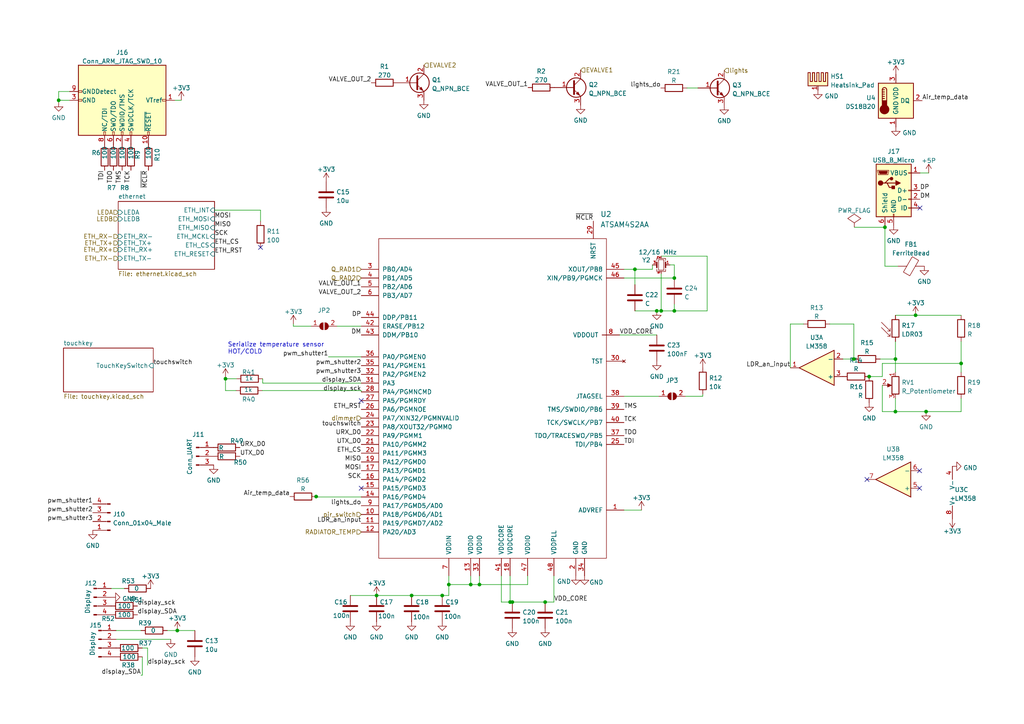
<source format=kicad_sch>
(kicad_sch (version 20211123) (generator eeschema)
  (paper "A4")
  (lib_symbols
    (symbol "Amplifier_Operational:LM358" (pin_names (offset 0.127))
      (property "Reference" "U" (at 0 5.08 0))
      (property "Value" "LM358" (at 0 -5.08 0))
      (symbol "LM358_1_1"
        (pin output line (at 7.62 0 180) (length 2.54) (name "~") (number "1"))
        (pin input line (at -7.62 -2.54 0) (length 2.54) (name "-") (number "2"))
        (pin input line (at -7.62 2.54 0) (length 2.54) (name "+") (number "3"))
      )
      (symbol "LM358_2_1"
        (pin input line (at -7.62 2.54 0) (length 2.54) (name "+") (number "5"))
        (pin input line (at -7.62 -2.54 0) (length 2.54) (name "-") (number "6"))
        (pin output line (at 7.62 0 180) (length 2.54) (name "~") (number "7"))
      )
      (symbol "LM358_3_1"
        (pin power_in line (at -2.54 -7.62 90) (length 3.81) (name "V-") (number "4"))
        (pin power_in line (at -2.54 7.62 270) (length 3.81) (name "V+") (number "8"))
      )
    )
    (symbol "Connector:Conn_01x03_Male" (pin_names (offset 1.016) hide)
      (property "Reference" "J" (at 0 5.08 0))
      (property "Value" "Conn_01x03_Male" (at 0 -5.08 0))
      (symbol "Conn_01x03_Male_1_1"
        (pin passive line (at 5.08 2.54 180) (length 3.81) (name "Pin_1") (number "1"))
        (pin passive line (at 5.08 0 180) (length 3.81) (name "Pin_2") (number "2"))
        (pin passive line (at 5.08 -2.54 180) (length 3.81) (name "Pin_3") (number "3"))
      )
    )
    (symbol "Connector:Conn_01x04_Male" (pin_names (offset 1.016) hide)
      (property "Reference" "J" (at 0 5.08 0))
      (property "Value" "Conn_01x04_Male" (at 0 -7.62 0))
      (symbol "Conn_01x04_Male_1_1"
        (pin passive line (at 5.08 2.54 180) (length 3.81) (name "Pin_1") (number "1"))
        (pin passive line (at 5.08 0 180) (length 3.81) (name "Pin_2") (number "2"))
        (pin passive line (at 5.08 -2.54 180) (length 3.81) (name "Pin_3") (number "3"))
        (pin passive line (at 5.08 -5.08 180) (length 3.81) (name "Pin_4") (number "4"))
      )
    )
    (symbol "Connector:Conn_ARM_JTAG_SWD_10" (pin_names (offset 1.016))
      (property "Reference" "J" (at -2.54 16.51 0))
      (property "Value" "Conn_ARM_JTAG_SWD_10" (at -2.54 13.97 0))
      (symbol "Conn_ARM_JTAG_SWD_10_1_1"
        (pin power_in line (at 0 15.24 270) (length 2.54) (name "VTref") (number "1"))
        (pin open_collector line (at 12.7 7.62 180) (length 2.54) (name "~{RESET}") (number "10"))
        (pin bidirectional line (at 12.7 0 180) (length 2.54) (name "SWDIO/TMS") (number "2"))
        (pin power_in line (at 0 -15.24 90) (length 2.54) (name "GND") (number "3"))
        (pin output line (at 12.7 2.54 180) (length 2.54) (name "SWDCLK/TCK") (number "4"))
        (pin passive line (at 0 -15.24 90) (length 2.54) hide (name "GND") (number "5"))
        (pin input line (at 12.7 -2.54 180) (length 2.54) (name "SWO/TDO") (number "6"))
        (pin no_connect line (at -10.16 0 0) (length 2.54) hide (name "KEY") (number "7"))
        (pin output line (at 12.7 -5.08 180) (length 2.54) (name "NC/TDI") (number "8"))
        (pin passive line (at -2.54 -15.24 90) (length 2.54) (name "GNDDetect") (number "9"))
      )
    )
    (symbol "Connector:USB_B_Micro" (pin_names (offset 1.016))
      (property "Reference" "J" (at -5.08 11.43 0))
      (property "Value" "USB_B_Micro" (at -5.08 8.89 0))
      (symbol "USB_B_Micro_1_1"
        (pin power_out line (at 7.62 5.08 180) (length 2.54) (name "VBUS") (number "1"))
        (pin bidirectional line (at 7.62 -2.54 180) (length 2.54) (name "D-") (number "2"))
        (pin bidirectional line (at 7.62 0 180) (length 2.54) (name "D+") (number "3"))
        (pin passive line (at 7.62 -5.08 180) (length 2.54) (name "ID") (number "4"))
        (pin power_out line (at 0 -10.16 90) (length 2.54) (name "GND") (number "5"))
        (pin passive line (at -2.54 -10.16 90) (length 2.54) (name "Shield") (number "6"))
      )
    )
    (symbol "Device:C" (pin_numbers hide) (pin_names (offset 0.254))
      (property "Reference" "C" (at 0.635 2.54 0))
      (property "Value" "C" (at 0.635 -2.54 0))
      (symbol "C_1_1"
        (pin passive line (at 0 3.81 270) (length 2.794) (name "~") (number "1"))
        (pin passive line (at 0 -3.81 90) (length 2.794) (name "~") (number "2"))
      )
    )
    (symbol "Device:Crystal_GND24_Small" (pin_names (offset 1.016) hide)
      (property "Reference" "Y" (at 1.27 4.445 0))
      (property "Value" "Crystal_GND24_Small" (at 1.27 2.54 0))
      (symbol "Crystal_GND24_Small_1_1"
        (pin passive line (at -2.54 0 0) (length 1.27) (name "1") (number "1"))
        (pin passive line (at 0 -2.54 90) (length 0.635) (name "2") (number "2"))
        (pin passive line (at 2.54 0 180) (length 1.27) (name "3") (number "3"))
        (pin passive line (at 0 2.54 270) (length 0.635) (name "4") (number "4"))
      )
    )
    (symbol "Device:FerriteBead" (pin_numbers hide) (pin_names (offset 0))
      (property "Reference" "FB" (at -3.81 0.635 90))
      (property "Value" "FerriteBead" (at 3.81 0 90))
      (symbol "FerriteBead_1_1"
        (pin passive line (at 0 3.81 270) (length 2.54) (name "~") (number "1"))
        (pin passive line (at 0 -3.81 90) (length 2.54) (name "~") (number "2"))
      )
    )
    (symbol "Device:Q_NPN_BCE" (pin_names (offset 0) hide)
      (property "Reference" "Q" (at 5.08 1.27 0))
      (property "Value" "Q_NPN_BCE" (at 5.08 -1.27 0))
      (symbol "Q_NPN_BCE_1_1"
        (pin input line (at -5.08 0 0) (length 5.715) (name "B") (number "1"))
        (pin passive line (at 2.54 5.08 270) (length 2.54) (name "C") (number "2"))
        (pin passive line (at 2.54 -5.08 90) (length 2.54) (name "E") (number "3"))
      )
    )
    (symbol "Device:R" (pin_numbers hide) (pin_names (offset 0))
      (property "Reference" "R" (at 2.032 0 90))
      (property "Value" "R" (at 0 0 90))
      (symbol "R_1_1"
        (pin passive line (at 0 3.81 270) (length 1.27) (name "~") (number "1"))
        (pin passive line (at 0 -3.81 90) (length 1.27) (name "~") (number "2"))
      )
    )
    (symbol "Device:R_Potentiometer" (pin_names (offset 1.016) hide)
      (property "Reference" "RV" (at -4.445 0 90))
      (property "Value" "R_Potentiometer" (at -2.54 0 90))
      (symbol "R_Potentiometer_1_1"
        (pin passive line (at 0 3.81 270) (length 1.27) (name "1") (number "1"))
        (pin passive line (at 3.81 0 180) (length 1.27) (name "2") (number "2"))
        (pin passive line (at 0 -3.81 90) (length 1.27) (name "3") (number "3"))
      )
    )
    (symbol "Jumper:SolderJumper_2_Open" (pin_names (offset 0) hide)
      (property "Reference" "JP" (at 0 2.032 0))
      (property "Value" "SolderJumper_2_Open" (at 0 -2.54 0))
      (symbol "SolderJumper_2_Open_1_1"
        (pin passive line (at -3.81 0 0) (length 2.54) (name "A") (number "1"))
        (pin passive line (at 3.81 0 180) (length 2.54) (name "B") (number "2"))
      )
    )
    (symbol "Mechanical:Heatsink_Pad" (pin_names (offset 0))
      (property "Reference" "HS" (at 0 5.715 0))
      (property "Value" "Heatsink_Pad" (at 0 3.81 0))
      (symbol "Heatsink_Pad_1_1"
        (pin passive line (at 0 -2.54 90) (length 1.27) (name "~") (number "1"))
      )
    )
    (symbol "Sensor_Optical:LDR03" (pin_numbers hide) (pin_names (offset 0))
      (property "Reference" "R" (at -5.08 0 90))
      (property "Value" "LDR03" (at 1.905 0 90))
      (symbol "LDR03_1_1"
        (pin passive line (at 0 3.81 270) (length 1.27) (name "~") (number "1"))
        (pin passive line (at 0 -3.81 90) (length 1.27) (name "~") (number "2"))
      )
    )
    (symbol "Sensor_Temperature:DS18B20" (pin_names (offset 1.016))
      (property "Reference" "U" (at -3.81 6.35 0))
      (property "Value" "DS18B20" (at 6.35 6.35 0))
      (symbol "DS18B20_1_1"
        (pin power_in line (at 0 -7.62 90) (length 2.54) (name "GND") (number "1"))
        (pin bidirectional line (at 7.62 0 180) (length 2.54) (name "DQ") (number "2"))
        (pin power_in line (at 0 7.62 270) (length 2.54) (name "VDD") (number "3"))
      )
    )
    (symbol "myLibrary:ATSAM4S2AA" (pin_names (offset 1.016))
      (property "Reference" "U" (at 11.43 -17.78 0))
      (property "Value" "ATSAM4S2AA" (at -8.89 -68.58 0))
      (property "Footprint" "Package_QFP:LQFP-48_7x7mm_P0.5mm" (at 13.97 21.59 0))
      (symbol "ATSAM4S2AA_1_1"
        (pin power_in line (at 52.07 -58.42 180) (length 5.08) (name "ADVREF") (number "1"))
        (pin bidirectional line (at -24.13 -59.69 0) (length 5.08) (name "PA18/PGMD6/AD1") (number "10"))
        (pin bidirectional line (at -24.13 -62.23 0) (length 5.08) (name "PA19/PGMD7/AD2") (number "11"))
        (pin bidirectional line (at -24.13 -64.77 0) (length 5.08) (name "PA20/AD3") (number "12"))
        (pin power_in line (at 7.62 -77.47 90) (length 5.08) (name "VDDIO") (number "13"))
        (pin bidirectional line (at -24.13 -54.61 0) (length 5.08) (name "PA16/PGMD4") (number "14"))
        (pin bidirectional line (at -24.13 -52.07 0) (length 5.08) (name "PA15/PGMD3") (number "15"))
        (pin bidirectional line (at -24.13 -49.53 0) (length 5.08) (name "PA14/PGMD2") (number "16"))
        (pin bidirectional line (at -24.13 -46.99 0) (length 5.08) (name "PA13/PGMD1") (number "17"))
        (pin power_in line (at 19.05 -77.47 90) (length 5.08) (name "VDDCORE") (number "18"))
        (pin bidirectional line (at -24.13 -44.45 0) (length 5.08) (name "PA12/PGMD0") (number "19"))
        (pin power_in line (at 38.1 -77.47 90) (length 5.08) (name "GND") (number "2"))
        (pin bidirectional line (at -24.13 -41.91 0) (length 5.08) (name "PA11/PGMM3") (number "20"))
        (pin bidirectional line (at -24.13 -39.37 0) (length 5.08) (name "PA10/PGMM2") (number "21"))
        (pin bidirectional line (at -24.13 -36.83 0) (length 5.08) (name "PA9/PGMM1") (number "22"))
        (pin bidirectional line (at -24.13 -34.29 0) (length 5.08) (name "PA8/XOUT32/PGMM0") (number "23"))
        (pin bidirectional line (at -24.13 -31.75 0) (length 5.08) (name "PA7/XIN32/PGMNVALID") (number "24"))
        (pin bidirectional line (at 52.07 -39.37 180) (length 5.08) (name "TDI/PB4") (number "25"))
        (pin bidirectional line (at -24.13 -29.21 0) (length 5.08) (name "PA6/PGMNOE") (number "26"))
        (pin bidirectional line (at -24.13 -26.67 0) (length 5.08) (name "PA5/PGMRDY") (number "27"))
        (pin bidirectional line (at -24.13 -24.13 0) (length 5.08) (name "PA4/PGMNCMD") (number "28"))
        (pin input line (at 43.18 25.4 270) (length 5.08) (name "NRST") (number "29"))
        (pin bidirectional line (at -24.13 11.43 0) (length 5.08) (name "PB0/AD4") (number "3"))
        (pin no_connect line (at 52.07 -15.24 180) (length 5.08) (name "TST") (number "30"))
        (pin bidirectional line (at -24.13 -21.59 0) (length 5.08) (name "PA3") (number "31"))
        (pin bidirectional line (at -24.13 -19.05 0) (length 5.08) (name "PA2/PGMEN2") (number "32"))
        (pin power_in line (at 10.16 -77.47 90) (length 5.08) (name "VDDIO") (number "33"))
        (pin power_in line (at 40.64 -77.47 90) (length 5.08) (name "GND") (number "34"))
        (pin bidirectional line (at -24.13 -16.51 0) (length 5.08) (name "PA1/PGMEN1") (number "35"))
        (pin bidirectional line (at -24.13 -13.97 0) (length 5.08) (name "PA0/PGMEN0") (number "36"))
        (pin bidirectional line (at 52.07 -36.83 180) (length 5.08) (name "TDO/TRACESWO/PB5") (number "37"))
        (pin bidirectional line (at 52.07 -25.4 180) (length 5.08) (name "JTAGSEL") (number "38"))
        (pin bidirectional line (at 52.07 -29.21 180) (length 5.08) (name "TMS/SWDIO/PB6") (number "39"))
        (pin bidirectional line (at -24.13 8.89 0) (length 5.08) (name "PB1/AD5") (number "4"))
        (pin bidirectional line (at 52.07 -33.02 180) (length 5.08) (name "TCK/SWCLK/PB7") (number "40"))
        (pin power_in line (at 16.51 -77.47 90) (length 5.08) (name "VDDCORE") (number "41"))
        (pin bidirectional line (at -24.13 -5.08 0) (length 5.08) (name "ERASE/PB12") (number "42"))
        (pin bidirectional line (at -24.13 -7.62 0) (length 5.08) (name "DDM/PB10") (number "43"))
        (pin bidirectional line (at -24.13 -2.54 0) (length 5.08) (name "DDP/PB11") (number "44"))
        (pin output line (at 52.07 11.43 180) (length 5.08) (name "XOUT/PB8") (number "45"))
        (pin bidirectional line (at 52.07 8.89 180) (length 5.08) (name "XIN/PB9/PGMCK") (number "46"))
        (pin power_in line (at 24.13 -77.47 90) (length 5.08) (name "VDDIO") (number "47"))
        (pin power_in line (at 31.75 -77.47 90) (length 5.08) (name "VDDPLL") (number "48"))
        (pin bidirectional line (at -24.13 6.35 0) (length 5.08) (name "PB2/AD6") (number "5"))
        (pin bidirectional line (at -24.13 3.81 0) (length 5.08) (name "PB3/AD7") (number "6"))
        (pin power_in line (at 1.27 -77.47 90) (length 5.08) (name "VDDIN") (number "7"))
        (pin power_out line (at 50.8 -7.62 180) (length 5.08) (name "VDDOUT") (number "8"))
        (pin bidirectional line (at -24.13 -57.15 0) (length 5.08) (name "PA17/PGMD5/AD0") (number "9"))
      )
    )
    (symbol "myLibrary:GND" (power) (pin_names (offset 0))
      (property "Value" "GND" (at 0 -3.81 0))
      (symbol "GND_1_1"
        (pin power_in line (at 0 0 270) (length 0) hide (name "GND") (number "1"))
      )
    )
    (symbol "myLibrary:PWR_FLAG" (power) (pin_numbers hide) (pin_names (offset 0) hide)
      (property "Value" "PWR_FLAG" (at 0 4.572 0))
      (symbol "PWR_FLAG_0_0"
        (pin power_out line (at 0 0 90) (length 0) (name "pwr") (number "1"))
      )
    )
    (symbol "power:+3V3" (power) (pin_names (offset 0))
      (property "Value" "+3V3" (at 0 3.556 0))
      (symbol "+3V3_1_1"
        (pin power_in line (at 0 0 90) (length 0) hide (name "+3V3") (number "1"))
      )
    )
    (symbol "power:+5P" (power) (pin_names (offset 0))
      (property "Value" "+5P" (at 0 3.556 0))
      (symbol "+5P_1_1"
        (pin power_in line (at 0 0 90) (length 0) hide (name "+5P") (number "1"))
      )
    )
    (symbol "power:GND" (power) (pin_names (offset 0))
      (property "Value" "GND" (at 0 -3.81 0))
      (symbol "GND_1_1"
        (pin power_in line (at 0 0 270) (length 0) hide (name "GND") (number "1"))
      )
    )
  )
  (junction (at 195.58 90.17))
  (junction (at 191.77 90.17))
  (junction (at 252.095 109.22))
  (junction (at 190.5 90.17))
  (junction (at 259.715 119.38))
  (junction (at 139.065 169.545))
  (junction (at 51.435 182.88))
  (junction (at 268.605 119.38))
  (junction (at 259.715 104.14))
  (junction (at 65.405 109.855))
  (junction (at 278.765 105.41))
  (junction (at 17.018 29.083))
  (junction (at 158.115 174.625))
  (junction (at 109.22 172.72))
  (junction (at 130.175 169.545))
  (junction (at 119.38 172.72))
  (junction (at 136.525 169.545))
  (junction (at 91.694 144.018))
  (junction (at 128.27 172.72))
  (junction (at 148.59 174.625))
  (junction (at 256.667 65.913))
  (junction (at 195.58 80.645))
  (junction (at 147.955 174.625))
  (junction (at 247.65 104.14))
  (junction (at 265.557 91.44))
  (junction (at 184.15 78.105))
  (no_connect (at 266.7 136.525))
  (no_connect (at 104.775 116.205))
  (no_connect (at 251.46 139.065))
  (no_connect (at 266.7 141.605))
  (no_connect (at 104.775 141.605))
  (no_connect (at 75.565 71.755))
  (no_connect (at 266.827 60.325))
  (wire (pts (xy 75.565 60.96) (xy 62.23 60.96)))
  (wire (pts (xy 256.667 77.216) (xy 260.477 77.216)))
  (wire (pts (xy 252.095 109.22) (xy 255.905 109.22)))
  (wire (pts (xy 42.799 187.96) (xy 41.275 187.96)))
  (wire (pts (xy 90.17 94.615) (xy 85.09 94.615)))
  (wire (pts (xy 48.514 182.88) (xy 51.435 182.88)))
  (wire (pts (xy 109.22 172.72) (xy 119.38 172.72)))
  (wire (pts (xy 91.694 144.145) (xy 91.694 144.018)))
  (wire (pts (xy 104.775 111.125) (xy 76.2 111.125)))
  (wire (pts (xy 240.665 93.98) (xy 247.65 93.98)))
  (wire (pts (xy 32.258 170.688) (xy 36.068 170.688)))
  (wire (pts (xy 195.58 76.835) (xy 195.58 80.645)))
  (wire (pts (xy 85.09 94.615) (xy 85.09 93.98)))
  (wire (pts (xy 17.018 29.083) (xy 20.193 29.083)))
  (wire (pts (xy 256.667 65.913) (xy 256.667 77.216)))
  (wire (pts (xy 191.77 74.295) (xy 205.105 74.295)))
  (wire (pts (xy 191.77 90.17) (xy 190.5 90.17)))
  (wire (pts (xy 247.65 93.98) (xy 247.65 104.14)))
  (wire (pts (xy 278.765 99.06) (xy 278.765 105.41)))
  (wire (pts (xy 17.018 26.543) (xy 17.018 29.083)))
  (wire (pts (xy 259.715 115.57) (xy 259.715 119.38)))
  (wire (pts (xy 160.655 174.625) (xy 158.115 174.625)))
  (wire (pts (xy 268.605 119.38) (xy 278.765 119.38)))
  (wire (pts (xy 189.23 78.105) (xy 189.23 76.835)))
  (wire (pts (xy 51.435 182.88) (xy 56.515 182.88)))
  (wire (pts (xy 75.565 64.135) (xy 75.565 60.96)))
  (wire (pts (xy 180.975 114.935) (xy 191.135 114.935)))
  (wire (pts (xy 255.27 104.14) (xy 259.715 104.14)))
  (wire (pts (xy 68.453 113.284) (xy 65.405 113.284)))
  (wire (pts (xy 130.175 172.72) (xy 130.175 169.545)))
  (wire (pts (xy 198.755 114.935) (xy 203.835 114.935)))
  (wire (pts (xy 199.263 25.527) (xy 202.438 25.527)))
  (wire (pts (xy 194.31 76.835) (xy 195.58 76.835)))
  (wire (pts (xy 65.405 113.284) (xy 65.405 109.855)))
  (wire (pts (xy 130.175 167.005) (xy 130.175 169.545)))
  (wire (pts (xy 184.15 78.105) (xy 189.23 78.105)))
  (wire (pts (xy 145.415 174.625) (xy 147.955 174.625)))
  (wire (pts (xy 266.827 50.165) (xy 269.367 50.165)))
  (wire (pts (xy 180.975 147.955) (xy 186.055 147.955)))
  (wire (pts (xy 259.715 104.14) (xy 259.715 107.95)))
  (wire (pts (xy 17.018 29.083) (xy 17.018 29.718)))
  (wire (pts (xy 255.905 109.22) (xy 255.905 105.41)))
  (wire (pts (xy 119.38 172.72) (xy 128.27 172.72)))
  (wire (pts (xy 76.2 111.125) (xy 76.2 109.855)))
  (wire (pts (xy 104.775 144.145) (xy 91.694 144.145)))
  (wire (pts (xy 33.655 182.88) (xy 40.894 182.88)))
  (wire (pts (xy 184.15 90.17) (xy 190.5 90.17)))
  (wire (pts (xy 153.035 169.545) (xy 153.035 167.005)))
  (wire (pts (xy 147.955 167.005) (xy 147.955 174.625)))
  (wire (pts (xy 203.835 114.935) (xy 203.835 114.3)))
  (wire (pts (xy 179.705 97.155) (xy 190.5 97.155)))
  (wire (pts (xy 130.175 169.545) (xy 136.525 169.545)))
  (wire (pts (xy 205.105 74.295) (xy 205.105 90.17)))
  (wire (pts (xy 278.765 105.41) (xy 278.765 107.95)))
  (wire (pts (xy 65.405 109.855) (xy 68.58 109.855)))
  (wire (pts (xy 41.275 190.5) (xy 41.275 195.834)))
  (wire (pts (xy 40.894 195.834) (xy 41.275 195.834)))
  (wire (pts (xy 20.193 26.543) (xy 17.018 26.543)))
  (wire (pts (xy 104.775 113.284) (xy 104.775 113.665)))
  (wire (pts (xy 180.975 78.105) (xy 184.15 78.105)))
  (wire (pts (xy 247.65 104.14) (xy 244.475 104.14)))
  (wire (pts (xy 259.715 119.38) (xy 268.605 119.38)))
  (wire (pts (xy 136.525 167.005) (xy 136.525 169.545)))
  (wire (pts (xy 278.765 119.38) (xy 278.765 115.57)))
  (wire (pts (xy 259.715 91.44) (xy 265.557 91.44)))
  (wire (pts (xy 136.525 169.545) (xy 139.065 169.545)))
  (wire (pts (xy 147.955 174.625) (xy 148.59 174.625)))
  (wire (pts (xy 50.673 29.083) (xy 52.578 29.083)))
  (wire (pts (xy 191.77 79.375) (xy 191.77 90.17)))
  (wire (pts (xy 205.105 90.17) (xy 195.58 90.17)))
  (wire (pts (xy 265.557 91.44) (xy 278.765 91.44)))
  (wire (pts (xy 255.905 105.41) (xy 278.765 105.41)))
  (wire (pts (xy 255.905 119.38) (xy 259.715 119.38)))
  (wire (pts (xy 229.235 106.68) (xy 229.235 93.98)))
  (wire (pts (xy 160.655 167.005) (xy 160.655 174.625)))
  (wire (pts (xy 195.58 90.17) (xy 191.77 90.17)))
  (wire (pts (xy 101.6 172.72) (xy 109.22 172.72)))
  (wire (pts (xy 148.59 174.625) (xy 158.115 174.625)))
  (wire (pts (xy 95.25 103.505) (xy 104.775 103.505)))
  (wire (pts (xy 145.415 167.005) (xy 145.415 174.625)))
  (wire (pts (xy 256.667 65.405) (xy 256.667 65.913)))
  (wire (pts (xy 195.58 88.265) (xy 195.58 90.17)))
  (wire (pts (xy 128.27 172.72) (xy 130.175 172.72)))
  (wire (pts (xy 42.799 192.913) (xy 42.799 187.96)))
  (wire (pts (xy 97.79 94.615) (xy 104.775 94.615)))
  (wire (pts (xy 76.073 113.284) (xy 104.775 113.284)))
  (wire (pts (xy 184.15 78.105) (xy 184.15 82.55)))
  (wire (pts (xy 255.905 111.76) (xy 255.905 119.38)))
  (wire (pts (xy 139.065 167.005) (xy 139.065 169.545)))
  (wire (pts (xy 139.065 169.545) (xy 153.035 169.545)))
  (wire (pts (xy 229.235 93.98) (xy 233.045 93.98)))
  (wire (pts (xy 33.655 185.42) (xy 49.53 185.42)))
  (wire (pts (xy 180.975 80.645) (xy 195.58 80.645)))
  (wire (pts (xy 65.405 109.855) (xy 65.405 109.474)))
  (wire (pts (xy 259.715 99.06) (xy 259.715 104.14)))
  (wire (pts (xy 247.777 65.913) (xy 256.667 65.913)))
  (text "Serialize temperature sensor\nHOT/COLD" (at 66.04 102.87 0) (effects (font (size 1.27 1.27)) (justify left bottom)))
  (label "pwm_shutter2" (at 104.775 106.045 180))
  (label "ETH_CS" (at 62.23 71.12 0))
  (label "~{MCLR}" (at 43.053 49.403 270))
  (label "display_sck" (at 42.799 192.913 0))
  (label "TDI" (at 30.353 49.403 270))
  (label "Air_temp_data" (at 267.462 29.21 0))
  (label "lights_do" (at 191.643 25.527 180))
  (label "pwm_shutter1" (at 95.25 103.505 180))
  (label "display_SDA" (at 104.775 111.125 180))
  (label "display_SDA" (at 39.878 178.308 0))
  (label "TCK" (at 37.973 49.403 270))
  (label "ETH_RST" (at 62.23 73.66 0))
  (label "VALVE_OUT_1" (at 153.162 25.4 180))
  (label "display_sck" (at 104.775 113.665 180))
  (label "display_SDA" (at 40.894 195.834 180))
  (label "TMS" (at 35.433 49.403 270))
  (label "TCK" (at 180.975 122.555 0))
  (label "DM" (at 104.775 97.155 180))
  (label "SCK" (at 104.775 139.065 180))
  (label "MISO" (at 62.23 66.04 0))
  (label "lights_do" (at 104.775 146.685 180))
  (label "MOSI" (at 104.775 136.525 180))
  (label "touchswitch" (at 44.45 106.045 0))
  (label "SCK" (at 62.23 68.58 0))
  (label "VALVE_OUT_1" (at 104.775 83.185 180))
  (label "DP" (at 266.827 55.245 0))
  (label "LDR_an_input" (at 104.775 151.765 180))
  (label "pwm_shutter2" (at 26.924 148.717 180))
  (label "TDI" (at 180.975 128.905 0))
  (label "MISO" (at 104.775 133.985 180))
  (label "touchswitch" (at 104.775 123.825 180))
  (label "TDO" (at 32.893 49.403 270))
  (label "TMS" (at 180.975 118.745 0))
  (label "URX_D0" (at 104.775 126.365 180))
  (label "display_sck" (at 39.878 175.768 0))
  (label "VDD_CORE" (at 179.705 97.155 0))
  (label "pwm_shutter3" (at 104.775 108.585 180))
  (label "UTX_D0" (at 69.596 132.334 0))
  (label "DP" (at 104.775 92.075 180))
  (label "ETH_CS" (at 104.775 131.445 180))
  (label "VALVE_OUT_2" (at 107.696 24.003 180))
  (label "DM" (at 266.827 57.785 0))
  (label "ETH_RST" (at 104.775 118.745 180))
  (label "~{MCLR}" (at 172.085 64.135 180))
  (label "VALVE_OUT_2" (at 104.775 85.725 180))
  (label "VDD_CORE" (at 160.655 174.625 0))
  (label "pwm_shutter3" (at 26.924 151.257 180))
  (label "pwm_shutter1" (at 26.924 146.177 180))
  (label "TDO" (at 180.975 126.365 0))
  (label "Air_temp_data" (at 84.074 144.018 180))
  (label "MOSI" (at 62.23 63.5 0))
  (label "LDR_an_input" (at 229.235 106.68 180))
  (label "URX_D0" (at 69.596 129.794 0))
  (label "UTX_D0" (at 104.775 128.905 180))
  (hierarchical_label "LEDA" (shape input) (at 34.29 61.595 180))
  (hierarchical_label "ETH_RX+" (shape input) (at 34.29 72.39 180))
  (hierarchical_label "ETH_RX-" (shape input) (at 34.29 68.58 180))
  (hierarchical_label "Q_RAD1" (shape input) (at 104.775 78.105 180))
  (hierarchical_label "EVALVE2" (shape input) (at 122.936 18.923 0))
  (hierarchical_label "Q_RAD2" (shape input) (at 104.775 80.645 180))
  (hierarchical_label "ETH_TX+" (shape input) (at 34.29 70.485 180))
  (hierarchical_label "pir_switch" (shape input) (at 104.775 149.225 180))
  (hierarchical_label "dimmer" (shape input) (at 104.775 121.285 180))
  (hierarchical_label "ETH_TX-" (shape input) (at 34.29 74.93 180))
  (hierarchical_label "EVALVE1" (shape input) (at 168.402 20.32 0))
  (hierarchical_label "LEDB" (shape input) (at 34.29 63.5 180))
  (hierarchical_label "RADIATOR_TEMP" (shape input) (at 104.775 154.305 180))
  (hierarchical_label "lights" (shape input) (at 210.058 20.447 0))
  (symbol (lib_id "myLibrary:GND") (at 210.058 30.607 0) (unit 1)
    (property "Reference" "#PWR011" (effects hide))
    (property "Value" "GND" (at 210.058 35.0504 0))
  )
  (symbol (lib_id "myLibrary:GND") (at 190.5 90.17 0) (unit 1)
    (property "Reference" "#PWR053" (effects hide))
    (property "Value" "GND" (at 190.5 94.6134 0))
  )
  (symbol (lib_id "myLibrary:GND") (at 26.924 153.797 0) (unit 1)
    (property "Reference" "#PWR014" (effects hide))
    (property "Value" "GND" (at 26.924 158.2404 0))
  )
  (symbol (lib_id "myLibrary:PWR_FLAG") (at 247.777 65.913 0) (unit 1)
    (property "Reference" "#FLG0101" (effects hide))
    (property "Value" "PWR_FLAG" (at 247.777 61.0672 0))
  )
  (symbol (lib_id "Amplifier_Operational:LM358") (at 236.855 106.68 180) (unit 1)
    (property "Reference" "U3" (at 236.855 97.9002 0))
    (property "Value" "LM358" (at 236.855 100.4371 0))
    (property "Footprint" "Package_SO:SOIC-8_3.9x4.9mm_P1.27mm" (effects hide))
    (property "Datasheet" "http://www.ti.com/lit/ds/symlink/lm2904-n.pdf" (effects hide))
  )
  (symbol (lib_id "power:+3V3") (at 94.615 52.705 0) (unit 1)
    (property "Reference" "#PWR041" (effects hide))
    (property "Value" "+3V3" (at 94.615 49.1292 0))
  )
  (symbol (lib_id "Device:C") (at 128.27 176.53 0) (unit 1)
    (property "Reference" "C19" (at 129.159 174.625 0) (effects (justify left)))
    (property "Value" "100n" (at 128.778 178.816 0) (effects (justify left)))
    (property "Footprint" "Capacitor_SMD:C_0603_1608Metric_Pad1.08x0.95mm_HandSolder" (effects hide))
  )
  (symbol (lib_id "myLibrary:GND") (at 32.258 173.228 90) (unit 1)
    (property "Reference" "#PWR0106" (effects hide))
    (property "Value" "GND" (at 35.433 173.6618 90) (effects (justify right)))
  )
  (symbol (lib_id "Device:C") (at 119.38 176.53 0) (unit 1)
    (property "Reference" "C18" (at 120.523 174.625 0) (effects (justify left)))
    (property "Value" "100n" (at 119.761 178.943 0) (effects (justify left)))
    (property "Footprint" "Capacitor_SMD:C_0603_1608Metric_Pad1.08x0.95mm_HandSolder" (effects hide))
  )
  (symbol (lib_id "Device:R") (at 75.565 67.945 180) (unit 1)
    (property "Reference" "R11" (at 77.343 67.1103 0) (effects (justify right)))
    (property "Value" "100" (at 77.343 69.6472 0) (effects (justify right)))
    (property "Footprint" "Resistor_SMD:R_0603_1608Metric_Pad0.98x0.95mm_HandSolder" (effects hide))
  )
  (symbol (lib_id "Device:C") (at 195.58 84.455 0) (unit 1)
    (property "Reference" "C24" (at 198.501 83.6203 0) (effects (justify left)))
    (property "Value" "C" (at 198.501 86.1572 0) (effects (justify left)))
    (property "Footprint" "Capacitor_SMD:C_0603_1608Metric_Pad1.08x0.95mm_HandSolder" (effects hide))
  )
  (symbol (lib_id "Device:R") (at 195.453 25.527 90) (unit 1)
    (property "Reference" "R21" (at 195.453 20.8112 90))
    (property "Value" "R" (at 195.453 23.3481 90))
    (property "Footprint" "Resistor_SMD:R_0603_1608Metric_Pad0.98x0.95mm_HandSolder" (effects hide))
  )
  (symbol (lib_id "myLibrary:GND") (at 101.6 180.34 0) (unit 1)
    (property "Reference" "#PWR043" (effects hide))
    (property "Value" "GND" (at 101.6 184.7834 0))
  )
  (symbol (lib_id "Connector:Conn_01x04_Male") (at 27.178 173.228 0) (unit 1)
    (property "Reference" "J12" (at 26.289 169.164 0))
    (property "Value" "Display" (at 25.4 174.498 90))
    (property "Footprint" "Connector_PinHeader_2.54mm:PinHeader_1x04_P2.54mm_Vertical" (effects hide))
    (property "url" "https://www.amazon.es/dp/B078J78R45/ref=sspa_dk_detail_0?psc=1&pd_rd_i=B078J78R45&pd_rd_w=cY64k&content-id=amzn1.sym.9c67f205-18e7-4d34-beb2-37ec708092ed&pf_rd_p=9c67f205-18e7-4d34-beb2-37ec708092ed&pf_rd_r=749S8JQASYTGV3R79W08&pd_rd_wg=tc7rZ&pd_rd_r=1a991538-8125-41b3-8eea-8035c94e15fe&s=computers&sp_csd=d2lkZ2V0TmFtZT1zcF9kZXRhaWw" (effects hide))
  )
  (symbol (lib_id "power:+3V3") (at 203.835 106.68 0) (unit 1)
    (property "Reference" "#PWR055" (effects hide))
    (property "Value" "+3V3" (at 203.835 103.1042 0))
  )
  (symbol (lib_id "Connector:Conn_ARM_JTAG_SWD_10") (at 35.433 29.083 270) (unit 1)
    (property "Reference" "J16" (at 35.433 15.2232 90))
    (property "Value" "Conn_ARM_JTAG_SWD_10" (at 35.433 17.7601 90))
    (property "Footprint" "nqbit:JTAG_50mil" (effects hide))
    (property "Datasheet" "http://infocenter.arm.com/help/topic/com.arm.doc.ddi0314h/DDI0314H_coresight_components_trm.pdf" (effects hide))
  )
  (symbol (lib_id "Device:C") (at 184.15 86.36 0) (unit 1)
    (property "Reference" "C22" (at 187.071 85.5253 0) (effects (justify left)))
    (property "Value" "C" (at 187.071 88.0622 0) (effects (justify left)))
    (property "Footprint" "Capacitor_SMD:C_0603_1608Metric_Pad1.08x0.95mm_HandSolder" (effects hide))
  )
  (symbol (lib_id "Connector:Conn_01x03_Male") (at 56.896 132.334 0) (unit 1)
    (property "Reference" "J11" (at 57.531 126.018 0))
    (property "Value" "Conn_UART" (at 54.991 132.461 90))
    (property "Footprint" "Connector_JST:JST_PH_B3B-PH-K_1x03_P2.00mm_Vertical" (effects hide))
  )
  (symbol (lib_id "Device:Q_NPN_BCE") (at 207.518 25.527 0) (unit 1)
    (property "Reference" "Q3" (at 212.3694 24.6923 0) (effects (justify left)))
    (property "Value" "Q_NPN_BCE" (at 212.3694 27.2292 0) (effects (justify left)))
    (property "Footprint" "Package_TO_SOT_SMD:SOT-223-3_TabPin2" (effects hide))
  )
  (symbol (lib_id "Amplifier_Operational:LM358") (at 273.685 142.875 180) (unit 3)
    (property "Reference" "U3" (at 276.86 142.0403 0) (effects (justify right)))
    (property "Value" "LM358" (at 276.86 144.5772 0) (effects (justify right)))
    (property "Footprint" "Package_SO:SOIC-8_3.9x4.9mm_P1.27mm" (effects hide))
    (property "Datasheet" "http://www.ti.com/lit/ds/symlink/lm2904-n.pdf" (effects hide))
  )
  (symbol (lib_id "Jumper:SolderJumper_2_Open") (at 194.945 114.935 0) (unit 1)
    (property "Reference" "JP3" (at 194.945 110.3462 0))
    (property "Value" "SolderJumper_2_Open" (effects hide))
    (property "Footprint" "Jumper:SolderJumper-2_P1.3mm_Open_TrianglePad1.0x1.5mm" (effects hide))
  )
  (symbol (lib_id "Device:C") (at 56.515 186.69 0) (unit 1)
    (property "Reference" "C13" (at 59.436 185.8553 0) (effects (justify left)))
    (property "Value" "10u" (at 59.436 188.3922 0) (effects (justify left)))
    (property "Footprint" "Capacitor_Tantalum_SMD:CP_EIA-3528-12_Kemet-T_Pad1.50x2.35mm_HandSolder" (effects hide))
  )
  (symbol (lib_id "Device:Q_NPN_BCE") (at 120.396 24.003 0) (unit 1)
    (property "Reference" "Q1" (at 125.2474 23.1683 0) (effects (justify left)))
    (property "Value" "Q_NPN_BCE" (at 125.2474 25.7052 0) (effects (justify left)))
    (property "Footprint" "Package_TO_SOT_SMD:SOT-223-3_TabPin2" (effects hide))
  )
  (symbol (lib_id "power:+3V3") (at 186.055 147.955 0) (unit 1)
    (property "Reference" "#PWR052" (effects hide))
    (property "Value" "+3V3" (at 186.055 144.3792 0))
  )
  (symbol (lib_id "Device:R") (at 35.433 45.593 0) (unit 1)
    (property "Reference" "R8" (at 34.798 54.483 0) (effects (justify left)))
    (property "Value" "100" (at 35.433 46.228 90) (effects (justify left)))
    (property "Footprint" "Resistor_SMD:R_0603_1608Metric_Pad0.98x0.95mm_HandSolder" (effects hide))
  )
  (symbol (lib_id "Device:Crystal_GND24_Small") (at 191.77 76.835 180) (unit 1)
    (property "Reference" "Y2" (at 187.452 75.438 0))
    (property "Value" "12/16 MHz" (at 190.754 73.152 0))
    (property "Footprint" "Crystal:Crystal_SMD_5032-4Pin_5.0x3.2mm" (effects hide))
  )
  (symbol (lib_id "power:+5P") (at 269.367 50.165 0) (unit 1)
    (property "Reference" "#PWR065" (effects hide))
    (property "Value" "+5P" (at 269.367 46.5892 0))
  )
  (symbol (lib_id "Device:R") (at 156.972 25.4 90) (unit 1)
    (property "Reference" "R2" (at 156.972 20.6842 90))
    (property "Value" "270" (at 156.972 23.2211 90))
    (property "Footprint" "Resistor_SMD:R_0603_1608Metric_Pad0.98x0.95mm_HandSolder" (effects hide))
  )
  (symbol (lib_id "myLibrary:GND") (at 252.095 116.84 0) (unit 1)
    (property "Reference" "#PWR058" (effects hide))
    (property "Value" "GND" (at 252.095 121.2834 0))
  )
  (symbol (lib_id "power:GND") (at 122.936 29.083 0) (unit 1)
    (property "Reference" "#PWR09" (effects hide))
    (property "Value" "GND" (at 122.936 33.5264 0))
  )
  (symbol (lib_id "myLibrary:GND") (at 119.38 180.34 0) (unit 1)
    (property "Reference" "#PWR046" (effects hide))
    (property "Value" "GND" (at 119.38 184.7834 0))
  )
  (symbol (lib_id "power:+3V3") (at 43.688 170.688 0) (unit 1)
    (property "Reference" "#PWR0104" (effects hide))
    (property "Value" "+3V3" (at 43.688 167.1122 0))
  )
  (symbol (lib_id "myLibrary:GND") (at 94.615 60.325 0) (unit 1)
    (property "Reference" "#PWR042" (effects hide))
    (property "Value" "GND" (at 94.615 64.7684 0))
  )
  (symbol (lib_id "Device:C") (at 148.59 178.435 0) (unit 1)
    (property "Reference" "C20" (at 151.511 177.6003 0) (effects (justify left)))
    (property "Value" "100n" (at 151.511 180.1372 0) (effects (justify left)))
    (property "Footprint" "Capacitor_SMD:C_0603_1608Metric_Pad1.08x0.95mm_HandSolder" (effects hide))
  )
  (symbol (lib_id "Amplifier_Operational:LM358") (at 259.08 139.065 180) (unit 2)
    (property "Reference" "U3" (at 259.08 130.2852 0))
    (property "Value" "LM358" (at 259.08 132.8221 0))
    (property "Footprint" "Package_SO:SOIC-8_3.9x4.9mm_P1.27mm" (effects hide))
    (property "Datasheet" "http://www.ti.com/lit/ds/symlink/lm2904-n.pdf" (effects hide))
  )
  (symbol (lib_id "Device:R") (at 39.878 170.688 90) (unit 1)
    (property "Reference" "R53" (at 37.211 168.529 90))
    (property "Value" "0" (at 39.624 170.688 90))
    (property "Footprint" "Resistor_SMD:R_0603_1608Metric_Pad0.98x0.95mm_HandSolder" (effects hide))
  )
  (symbol (lib_id "Device:R") (at 111.506 24.003 90) (unit 1)
    (property "Reference" "R1" (at 111.506 19.2872 90))
    (property "Value" "270" (at 111.506 21.8241 90))
    (property "Footprint" "Resistor_SMD:R_0603_1608Metric_Pad0.98x0.95mm_HandSolder" (effects hide))
  )
  (symbol (lib_id "Device:R") (at 203.835 110.49 0) (unit 1)
    (property "Reference" "R12" (at 205.613 109.6553 0) (effects (justify left)))
    (property "Value" "10k" (at 205.613 112.1922 0) (effects (justify left)))
    (property "Footprint" "Resistor_SMD:R_0603_1608Metric_Pad0.98x0.95mm_HandSolder" (effects hide))
  )
  (symbol (lib_id "Device:C") (at 101.6 176.53 0) (unit 1)
    (property "Reference" "C16" (at 96.901 174.625 0) (effects (justify left)))
    (property "Value" "100n" (at 96.52 178.562 0) (effects (justify left)))
    (property "Footprint" "Capacitor_SMD:C_0603_1608Metric_Pad1.08x0.95mm_HandSolder" (effects hide))
  )
  (symbol (lib_id "Device:R") (at 72.263 113.284 270) (mirror x) (unit 1)
    (property "Reference" "R40" (at 72.136 115.824 90))
    (property "Value" "1k" (at 72.009 113.03 90))
    (property "Footprint" "Resistor_SMD:R_0603_1608Metric_Pad0.98x0.95mm_HandSolder" (effects hide))
  )
  (symbol (lib_id "myLibrary:GND") (at 167.005 167.005 0) (unit 1)
    (property "Reference" "#PWR050" (effects hide))
    (property "Value" "GND" (at 163.576 168.656 0))
  )
  (symbol (lib_id "Connector:Conn_01x04_Male") (at 32.004 151.257 180) (unit 1)
    (property "Reference" "J10" (at 32.7152 149.1523 0) (effects (justify right)))
    (property "Value" "Conn_01x04_Male" (at 32.7152 151.6892 0) (effects (justify right)))
    (property "Footprint" "Connector_JST:JST_PH_B4B-PH-K_1x04_P2.00mm_Vertical" (effects hide))
    (property "Field4" "820-1434" (effects hide))
  )
  (symbol (lib_id "myLibrary:GND") (at 190.5 104.775 0) (unit 1)
    (property "Reference" "#PWR054" (effects hide))
    (property "Value" "GND" (at 190.5 109.2184 0))
  )
  (symbol (lib_id "myLibrary:GND") (at 259.207 65.405 0) (unit 1)
    (property "Reference" "#PWR061" (effects hide))
    (property "Value" "GND" (at 259.207 69.8484 0))
  )
  (symbol (lib_id "Device:R") (at 43.053 45.593 0) (unit 1)
    (property "Reference" "R10" (at 45.593 46.863 90) (effects (justify left)))
    (property "Value" "100" (at 43.053 46.228 90) (effects (justify left)))
    (property "Footprint" "Resistor_SMD:R_0603_1608Metric_Pad0.98x0.95mm_HandSolder" (effects hide))
  )
  (symbol (lib_id "Device:R") (at 30.353 45.593 0) (unit 1)
    (property "Reference" "R6" (at 26.543 44.323 0) (effects (justify left)))
    (property "Value" "100" (at 30.353 46.228 90) (effects (justify left)))
    (property "Footprint" "Resistor_SMD:R_0603_1608Metric_Pad0.98x0.95mm_HandSolder" (effects hide))
  )
  (symbol (lib_id "power:+3V3") (at 276.225 150.495 180) (unit 1)
    (property "Reference" "#PWR0101" (effects hide))
    (property "Value" "+3V3" (at 276.225 154.0708 0))
  )
  (symbol (lib_id "Device:R") (at 72.39 109.855 90) (unit 1)
    (property "Reference" "R41" (at 72.136 107.95 90))
    (property "Value" "1k" (at 72.263 109.728 90))
    (property "Footprint" "Resistor_SMD:R_0603_1608Metric_Pad0.98x0.95mm_HandSolder" (effects hide))
  )
  (symbol (lib_id "Device:R") (at 36.068 175.768 90) (unit 1)
    (property "Reference" "R51" (at 39.624 173.99 90))
    (property "Value" "100" (at 36.068 175.768 90))
    (property "Footprint" "Resistor_SMD:R_0603_1608Metric_Pad0.98x0.95mm_HandSolder" (effects hide))
  )
  (symbol (lib_id "Device:R") (at 65.786 129.794 90) (unit 1)
    (property "Reference" "R49" (at 68.707 127.889 90))
    (property "Value" "R" (at 64.135 129.921 90))
    (property "Footprint" "Resistor_SMD:R_0603_1608Metric_Pad0.98x0.95mm_HandSolder" (effects hide))
  )
  (symbol (lib_id "power:GND") (at 168.402 30.48 0) (unit 1)
    (property "Reference" "#PWR010" (effects hide))
    (property "Value" "GND" (at 168.402 34.9234 0))
  )
  (symbol (lib_id "Mechanical:Heatsink_Pad") (at 237.236 23.622 0) (unit 1)
    (property "Reference" "HS1" (at 240.8428 22.1523 0) (effects (justify left)))
    (property "Value" "Heatsink_Pad" (at 240.8428 24.6892 0) (effects (justify left)))
    (property "Footprint" "Heatsink:Heatsink_AAVID_573300D00010G_TO-263" (effects hide))
    (property "RS" "712-4217" (effects hide))
  )
  (symbol (lib_id "myLibrary:ATSAM4S2AA") (at 128.905 89.535 0) (unit 1)
    (property "Reference" "U2" (at 174.1044 62.1375 0) (effects (font (size 1.524 1.524)) (justify left)))
    (property "Value" "ATSAM4S2AA" (at 174.1044 65.1309 0) (effects (font (size 1.524 1.524)) (justify left)))
    (property "Footprint" "Package_QFP:LQFP-48_7x7mm_P0.5mm" (effects hide))
  )
  (symbol (lib_id "Device:R") (at 251.46 104.14 90) (unit 1)
    (property "Reference" "R15" (at 251.46 99.4242 90))
    (property "Value" "R" (at 251.46 101.9611 90))
    (property "Footprint" "Resistor_SMD:R_0603_1608Metric_Pad0.98x0.95mm_HandSolder" (effects hide))
  )
  (symbol (lib_id "Device:C") (at 190.5 100.965 0) (unit 1)
    (property "Reference" "C23" (at 193.421 100.1303 0) (effects (justify left)))
    (property "Value" "100nF" (at 193.421 102.6672 0) (effects (justify left)))
    (property "Footprint" "Capacitor_SMD:C_0603_1608Metric_Pad1.08x0.95mm_HandSolder" (effects hide))
  )
  (symbol (lib_id "power:+3V3") (at 109.22 172.72 0) (unit 1)
    (property "Reference" "#PWR044" (effects hide))
    (property "Value" "+3V3" (at 109.22 169.1442 0))
  )
  (symbol (lib_id "Connector:USB_B_Micro") (at 259.207 55.245 0) (unit 1)
    (property "Reference" "J17" (at 259.207 43.9252 0))
    (property "Value" "USB_B_Micro" (at 259.207 46.4621 0))
    (property "Footprint" "Connector_USB:USB_Micro-B_Molex_47346-0001" (effects hide))
  )
  (symbol (lib_id "Device:R") (at 87.884 144.018 90) (unit 1)
    (property "Reference" "R56" (at 87.884 139.3022 90))
    (property "Value" "R" (at 87.884 141.8391 90))
    (property "Footprint" "Resistor_SMD:R_0603_1608Metric_Pad0.98x0.95mm_HandSolder" (effects hide))
  )
  (symbol (lib_id "Device:R") (at 252.095 113.03 0) (mirror x) (unit 1)
    (property "Reference" "R16" (at 250.317 112.1953 0) (effects (justify right)))
    (property "Value" "R" (at 250.317 114.7322 0) (effects (justify right)))
    (property "Footprint" "Resistor_SMD:R_0603_1608Metric_Pad0.98x0.95mm_HandSolder" (effects hide))
  )
  (symbol (lib_id "Device:R") (at 278.765 111.76 0) (unit 1)
    (property "Reference" "R19" (at 280.543 110.9253 0) (effects (justify left)))
    (property "Value" "R" (at 280.543 113.4622 0) (effects (justify left)))
    (property "Footprint" "Resistor_SMD:R_0603_1608Metric_Pad0.98x0.95mm_HandSolder" (effects hide))
  )
  (symbol (lib_id "myLibrary:GND") (at 128.27 180.34 0) (unit 1)
    (property "Reference" "#PWR047" (effects hide))
    (property "Value" "GND" (at 128.27 184.7834 0))
  )
  (symbol (lib_id "myLibrary:GND") (at 148.59 182.245 0) (unit 1)
    (property "Reference" "#PWR048" (effects hide))
    (property "Value" "GND" (at 148.59 186.6884 0))
  )
  (symbol (lib_id "myLibrary:GND") (at 169.545 167.005 0) (unit 1)
    (property "Reference" "#PWR051" (effects hide))
    (property "Value" "GND" (at 172.974 168.91 0))
  )
  (symbol (lib_id "myLibrary:GND") (at 268.605 119.38 0) (unit 1)
    (property "Reference" "#PWR060" (effects hide))
    (property "Value" "GND" (at 268.605 123.8234 0))
  )
  (symbol (lib_id "Device:R") (at 248.285 109.22 90) (mirror x) (unit 1)
    (property "Reference" "R14" (at 248.285 104.5042 90))
    (property "Value" "R" (at 248.285 107.0411 90))
    (property "Footprint" "Resistor_SMD:R_0603_1608Metric_Pad0.98x0.95mm_HandSolder" (effects hide))
  )
  (symbol (lib_id "Device:Q_NPN_BCE") (at 165.862 25.4 0) (unit 1)
    (property "Reference" "Q2" (at 170.7134 24.5653 0) (effects (justify left)))
    (property "Value" "Q_NPN_BCE" (at 170.7134 27.1022 0) (effects (justify left)))
    (property "Footprint" "Package_TO_SOT_SMD:SOT-223-3_TabPin2" (effects hide))
  )
  (symbol (lib_id "power:+3V3") (at 265.557 91.44 0) (unit 1)
    (property "Reference" "#PWR0116" (effects hide))
    (property "Value" "+3V3" (at 265.557 87.8642 0))
  )
  (symbol (lib_id "myLibrary:GND") (at 268.097 77.216 0) (unit 1)
    (property "Reference" "#PWR07" (effects hide))
    (property "Value" "GND" (at 268.097 81.6594 0))
  )
  (symbol (lib_id "Device:C") (at 109.22 176.53 0) (unit 1)
    (property "Reference" "C17" (at 110.109 174.625 0) (effects (justify left)))
    (property "Value" "100n" (at 109.601 178.689 0) (effects (justify left)))
    (property "Footprint" "Capacitor_SMD:C_0603_1608Metric_Pad1.08x0.95mm_HandSolder" (effects hide))
  )
  (symbol (lib_id "Device:R") (at 37.465 187.96 90) (unit 1)
    (property "Reference" "R37" (at 42.164 186.563 90))
    (property "Value" "100" (at 37.084 187.96 90))
    (property "Footprint" "Resistor_SMD:R_0603_1608Metric_Pad0.98x0.95mm_HandSolder" (effects hide))
  )
  (symbol (lib_id "power:+3V3") (at 65.405 109.474 0) (unit 1)
    (property "Reference" "#PWR012" (effects hide))
    (property "Value" "+3V3" (at 65.405 105.8982 0))
  )
  (symbol (lib_id "Sensor_Optical:LDR03") (at 259.715 95.25 0) (unit 1)
    (property "Reference" "R17" (at 261.493 94.4153 0) (effects (justify left)))
    (property "Value" "LDR03" (at 261.493 96.9522 0) (effects (justify left)))
    (property "Footprint" "Resistor_THT:R_Axial_DIN0204_L3.6mm_D1.6mm_P1.90mm_Vertical" (effects hide))
    (property "Datasheet" "http://www.elektronica-componenten.nl/WebRoot/StoreNL/Shops/61422969/54F1/BA0C/C664/31B9/2173/C0A8/2AB9/2AEF/LDR03IMP.pdf" (effects hide))
  )
  (symbol (lib_id "Device:R") (at 37.465 190.5 90) (unit 1)
    (property "Reference" "R38" (at 37.211 192.913 90))
    (property "Value" "100" (at 37.465 190.5 90))
    (property "Footprint" "Resistor_SMD:R_0603_1608Metric_Pad0.98x0.95mm_HandSolder" (effects hide))
  )
  (symbol (lib_id "Device:C") (at 158.115 178.435 0) (unit 1)
    (property "Reference" "C21" (at 161.036 177.6003 0) (effects (justify left)))
    (property "Value" "100n" (at 161.036 180.1372 0) (effects (justify left)))
    (property "Footprint" "Capacitor_SMD:C_0603_1608Metric_Pad1.08x0.95mm_HandSolder" (effects hide))
  )
  (symbol (lib_id "Device:R_Potentiometer") (at 259.715 111.76 0) (mirror y) (unit 1)
    (property "Reference" "RV1" (at 261.493 110.9253 0) (effects (justify right)))
    (property "Value" "R_Potentiometer" (at 261.493 113.4622 0) (effects (justify right)))
    (property "Footprint" "Potentiometer_SMD:Potentiometer_Bourns_TC33X_Vertical" (effects hide))
    (property "Supplier and ref" "743-2491" (effects hide))
  )
  (symbol (lib_id "myLibrary:GND") (at 56.515 190.5 0) (unit 1)
    (property "Reference" "#PWR036" (effects hide))
    (property "Value" "GND" (at 56.515 194.9434 0))
  )
  (symbol (lib_id "Device:C") (at 94.615 56.515 0) (unit 1)
    (property "Reference" "C15" (at 97.536 55.6803 0) (effects (justify left)))
    (property "Value" "10u" (at 97.536 58.2172 0) (effects (justify left)))
    (property "Footprint" "Capacitor_Tantalum_SMD:CP_EIA-3528-12_Kemet-T_Pad1.50x2.35mm_HandSolder" (effects hide))
  )
  (symbol (lib_id "power:+3V3") (at 51.435 182.88 0) (unit 1)
    (property "Reference" "#PWR0111" (effects hide))
    (property "Value" "+3V3" (at 51.435 179.3042 0))
  )
  (symbol (lib_id "Device:R") (at 65.786 132.334 90) (unit 1)
    (property "Reference" "R50" (at 69.723 134.112 90))
    (property "Value" "R" (at 64.262 132.461 90))
    (property "Footprint" "Resistor_SMD:R_0603_1608Metric_Pad0.98x0.95mm_HandSolder" (effects hide))
  )
  (symbol (lib_id "Connector:Conn_01x04_Male") (at 28.575 185.42 0) (unit 1)
    (property "Reference" "J15" (at 27.686 181.356 0))
    (property "Value" "Display" (at 26.797 186.69 90))
    (property "Footprint" "Connector_PinHeader_2.54mm:PinHeader_1x04_P2.54mm_Vertical" (effects hide))
    (property "url" "https://www.amazon.es/dp/B078J78R45/ref=sspa_dk_detail_0?psc=1&pd_rd_i=B078J78R45&pd_rd_w=cY64k&content-id=amzn1.sym.9c67f205-18e7-4d34-beb2-37ec708092ed&pf_rd_p=9c67f205-18e7-4d34-beb2-37ec708092ed&pf_rd_r=749S8JQASYTGV3R79W08&pd_rd_wg=tc7rZ&pd_rd_r=1a991538-8125-41b3-8eea-8035c94e15fe&s=computers&sp_csd=d2lkZ2V0TmFtZT1zcF9kZXRhaWw" (effects hide))
  )
  (symbol (lib_id "myLibrary:GND") (at 276.225 135.255 90) (unit 1)
    (property "Reference" "#PWR063" (effects hide))
    (property "Value" "GND" (at 279.4 135.6888 90) (effects (justify right)))
  )
  (symbol (lib_id "myLibrary:GND") (at 158.115 182.245 0) (unit 1)
    (property "Reference" "#PWR049" (effects hide))
    (property "Value" "GND" (at 158.115 186.6884 0))
  )
  (symbol (lib_id "Device:R") (at 36.068 178.308 90) (unit 1)
    (property "Reference" "R52" (at 31.369 179.451 90))
    (property "Value" "100" (at 36.068 178.308 90))
    (property "Footprint" "Resistor_SMD:R_0603_1608Metric_Pad0.98x0.95mm_HandSolder" (effects hide))
  )
  (symbol (lib_id "power:+3V3") (at 85.09 93.98 0) (unit 1)
    (property "Reference" "#PWR040" (effects hide))
    (property "Value" "+3V3" (at 85.09 90.4042 0))
  )
  (symbol (lib_id "Device:R") (at 37.973 45.593 0) (unit 1)
    (property "Reference" "R9" (at 39.878 46.228 90) (effects (justify left)))
    (property "Value" "100" (at 37.973 46.228 90) (effects (justify left)))
    (property "Footprint" "Resistor_SMD:R_0603_1608Metric_Pad0.98x0.95mm_HandSolder" (effects hide))
  )
  (symbol (lib_id "Sensor_Temperature:DS18B20") (at 259.842 29.21 0) (unit 1)
    (property "Reference" "U4" (at 254 28.3753 0) (effects (justify right)))
    (property "Value" "DS18B20" (at 254 30.9122 0) (effects (justify right)))
    (property "Footprint" "Package_TO_SOT_THT:TO-92_Inline" (effects hide))
    (property "Datasheet" "http://datasheets.maximintegrated.com/en/ds/DS18B20.pdf" (effects hide))
  )
  (symbol (lib_id "Device:R") (at 44.704 182.88 90) (unit 1)
    (property "Reference" "R39" (at 42.037 180.721 90))
    (property "Value" "0" (at 44.45 182.88 90))
    (property "Footprint" "Resistor_SMD:R_0603_1608Metric_Pad0.98x0.95mm_HandSolder" (effects hide))
  )
  (symbol (lib_id "Device:FerriteBead") (at 264.287 77.216 90) (unit 1)
    (property "Reference" "FB1" (at 264.2362 70.8746 90))
    (property "Value" "FerriteBead" (at 264.2362 73.4115 90))
    (property "Footprint" "Inductor_SMD:L_1206_3216Metric_Pad1.22x1.90mm_HandSolder" (effects hide))
  )
  (symbol (lib_id "myLibrary:GND") (at 49.53 185.42 0) (unit 1)
    (property "Reference" "#PWR034" (effects hide))
    (property "Value" "GND" (at 49.53 189.8634 0))
  )
  (symbol (lib_id "myLibrary:GND") (at 259.842 36.83 0) (unit 1)
    (property "Reference" "#PWR057" (effects hide))
    (property "Value" "GND" (at 261.747 38.5338 0) (effects (justify left)))
  )
  (symbol (lib_id "myLibrary:GND") (at 17.018 29.718 0) (unit 1)
    (property "Reference" "#PWR032" (effects hide))
    (property "Value" "GND" (at 17.018 34.1614 0))
  )
  (symbol (lib_id "myLibrary:GND") (at 109.22 180.34 0) (unit 1)
    (property "Reference" "#PWR045" (effects hide))
    (property "Value" "GND" (at 109.22 184.7834 0))
  )
  (symbol (lib_id "power:+3V3") (at 52.578 29.083 0) (unit 1)
    (property "Reference" "#PWR035" (effects hide))
    (property "Value" "+3V3" (at 52.578 25.5072 0))
  )
  (symbol (lib_id "Device:R") (at 32.893 45.593 0) (unit 1)
    (property "Reference" "R7" (at 30.988 54.483 0) (effects (justify left)))
    (property "Value" "100" (at 32.893 46.228 90) (effects (justify left)))
    (property "Footprint" "Resistor_SMD:R_0603_1608Metric_Pad0.98x0.95mm_HandSolder" (effects hide))
  )
  (symbol (lib_id "power:+3V3") (at 259.842 21.59 0) (unit 1)
    (property "Reference" "#PWR0113" (effects hide))
    (property "Value" "+3V3" (at 259.842 18.0142 0))
  )
  (symbol (lib_id "myLibrary:GND") (at 237.236 26.162 0) (unit 1)
    (property "Reference" "#PWR0107" (effects hide))
    (property "Value" "GND" (at 239.141 27.8658 0) (effects (justify left)))
  )
  (symbol (lib_id "power:GND") (at 61.976 134.874 0) (unit 1)
    (property "Reference" "#PWR06" (effects hide))
    (property "Value" "GND" (at 61.976 139.3174 0))
  )
  (symbol (lib_id "Jumper:SolderJumper_2_Open") (at 93.98 94.615 0) (unit 1)
    (property "Reference" "JP2" (at 93.98 90.0262 0))
    (property "Value" "SolderJumper_2_Open" (effects hide))
    (property "Footprint" "Jumper:SolderJumper-2_P1.3mm_Open_TrianglePad1.0x1.5mm" (effects hide))
  )
  (symbol (lib_id "Device:R") (at 278.765 95.25 0) (mirror y) (unit 1)
    (property "Reference" "R18" (at 280.543 94.4153 0) (effects (justify right)))
    (property "Value" "R" (at 280.543 96.9522 0) (effects (justify right)))
    (property "Footprint" "Resistor_SMD:R_0603_1608Metric_Pad0.98x0.95mm_HandSolder" (effects hide))
  )
  (symbol (lib_id "Device:R") (at 236.855 93.98 90) (unit 1)
    (property "Reference" "R13" (at 236.855 89.2642 90))
    (property "Value" "R" (at 236.855 91.8011 90))
    (property "Footprint" "Resistor_SMD:R_0603_1608Metric_Pad0.98x0.95mm_HandSolder" (effects hide))
  )
  (sheet (at 18.415 100.965) (size 26.035 12.7) (stroke (width 0.1524))
    (property "Sheet name" "touchkey" (at 18.415 100.2534 0) (effects (justify left bottom)))
    (property "Sheet file" "touchkey.kicad_sch" (at 18.415 114.2496 0) (effects (justify left top)))
    (pin "TouchKeySwitch" input (at 44.45 106.045 0))
  )
  (sheet (at 34.29 58.42) (size 27.94 19.685) (stroke (width 0.1524))
    (property "Sheet name" "ethernet" (at 34.29 57.7084 0) (effects (justify left bottom)))
    (property "Sheet file" "ethernet.kicad_sch" (at 34.29 78.6896 0) (effects (justify left top)))
    (pin "ETH_INT" input (at 62.23 60.96 0))
    (pin "ETH_MOSI" input (at 62.23 63.5 0))
    (pin "ETH_MISO" input (at 62.23 66.04 0))
    (pin "ETH_MCKL" input (at 62.23 68.58 0))
    (pin "ETH_CS" input (at 62.23 71.12 0))
    (pin "ETH_RESET" input (at 62.23 73.66 0))
    (pin "ETH_RX-" input (at 34.29 68.58 180))
    (pin "ETH_TX+" input (at 34.29 70.485 180))
    (pin "ETH_RX+" input (at 34.29 72.39 180))
    (pin "ETH_TX-" input (at 34.29 74.93 180))
    (pin "LEDB" input (at 34.29 63.5 180))
    (pin "LEDA" input (at 34.29 61.595 180))
  )
)
</source>
